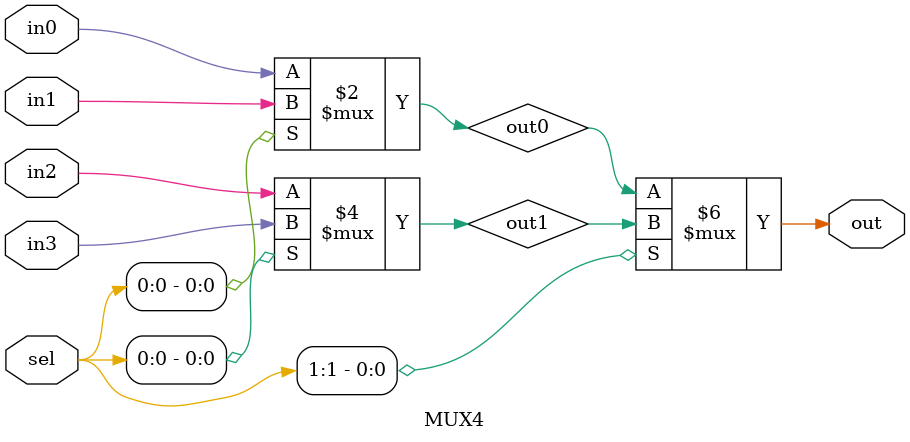
<source format=v>
`timescale 1ns / 1ps


module MUX4(
    
    input in0,
    input in1,
    input in2,
    input in3,
    input [2:0] sel,
    output out
    
    );
    
    wire out0;
    assign out0 = (sel[0] == 0) ? in0 : in1;
    
    wire out1;
    assign out1 = (sel[0] == 0) ? in2 : in3;
    
    assign out = (sel[1] == 0) ? out0 : out1;
    
    
endmodule

</source>
